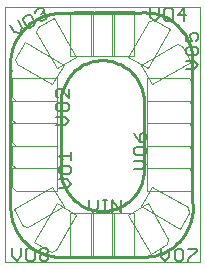
<source format=gto>
G75*
%MOIN*%
%OFA0B0*%
%FSLAX24Y24*%
%IPPOS*%
%LPD*%
%AMOC8*
5,1,8,0,0,1.08239X$1,22.5*
%
%ADD10C,0.0000*%
%ADD11C,0.0100*%
%ADD12C,0.0040*%
%ADD13C,0.0080*%
D10*
X002392Y002517D02*
X002392Y011017D01*
X008892Y011017D01*
X008892Y002517D01*
X002392Y002517D01*
D11*
X002579Y004517D02*
X002574Y004438D01*
X002572Y004359D01*
X002574Y004280D01*
X002580Y004201D01*
X002589Y004122D01*
X002602Y004044D01*
X002619Y003967D01*
X002640Y003891D01*
X002664Y003815D01*
X002691Y003741D01*
X002723Y003669D01*
X002757Y003598D01*
X002795Y003528D01*
X002836Y003461D01*
X002881Y003395D01*
X002928Y003332D01*
X002978Y003271D01*
X003031Y003212D01*
X003087Y003156D01*
X003146Y003103D01*
X003207Y003053D01*
X003270Y003006D01*
X003336Y002961D01*
X003403Y002920D01*
X003473Y002882D01*
X003544Y002848D01*
X003616Y002816D01*
X003690Y002789D01*
X003766Y002765D01*
X003842Y002744D01*
X003919Y002727D01*
X003997Y002714D01*
X004076Y002705D01*
X004155Y002699D01*
X004234Y002697D01*
X004313Y002699D01*
X004392Y002704D01*
X006892Y002704D01*
X006891Y002704D02*
X006971Y002700D01*
X007051Y002699D01*
X007131Y002703D01*
X007211Y002710D01*
X007290Y002722D01*
X007368Y002737D01*
X007446Y002756D01*
X007522Y002779D01*
X007598Y002806D01*
X007672Y002836D01*
X007744Y002870D01*
X007815Y002907D01*
X007883Y002947D01*
X007950Y002991D01*
X008015Y003039D01*
X008077Y003089D01*
X008136Y003142D01*
X008193Y003198D01*
X008247Y003257D01*
X008298Y003319D01*
X008347Y003382D01*
X008391Y003448D01*
X008433Y003517D01*
X008471Y003587D01*
X008506Y003659D01*
X008537Y003732D01*
X008565Y003807D01*
X008589Y003884D01*
X008609Y003961D01*
X008625Y004039D01*
X008638Y004118D01*
X008646Y004198D01*
X008651Y004277D01*
X008652Y004357D01*
X008649Y004437D01*
X008642Y004517D01*
X008642Y009142D01*
X008645Y009220D01*
X008644Y009299D01*
X008639Y009377D01*
X008630Y009455D01*
X008617Y009533D01*
X008601Y009609D01*
X008581Y009685D01*
X008557Y009760D01*
X008530Y009834D01*
X008499Y009906D01*
X008464Y009977D01*
X008426Y010045D01*
X008385Y010112D01*
X008341Y010177D01*
X008293Y010240D01*
X008243Y010300D01*
X008189Y010357D01*
X008133Y010412D01*
X008074Y010464D01*
X008013Y010513D01*
X007949Y010560D01*
X007884Y010602D01*
X007816Y010642D01*
X007746Y010678D01*
X007675Y010711D01*
X007602Y010741D01*
X007528Y010766D01*
X007453Y010789D01*
X007376Y010807D01*
X007299Y010822D01*
X007221Y010833D01*
X007143Y010840D01*
X007065Y010843D01*
X006986Y010842D01*
X006908Y010838D01*
X006830Y010829D01*
X006829Y010829D02*
X004392Y010829D01*
X004310Y010832D01*
X004228Y010831D01*
X004147Y010826D01*
X004065Y010818D01*
X003984Y010805D01*
X003904Y010789D01*
X003825Y010769D01*
X003747Y010745D01*
X003670Y010717D01*
X003594Y010686D01*
X003520Y010652D01*
X003447Y010613D01*
X003377Y010572D01*
X003309Y010527D01*
X003242Y010479D01*
X003179Y010427D01*
X003117Y010373D01*
X003059Y010316D01*
X003003Y010256D01*
X002950Y010194D01*
X002900Y010129D01*
X002853Y010062D01*
X002809Y009993D01*
X002769Y009922D01*
X002732Y009849D01*
X002699Y009774D01*
X002669Y009698D01*
X002643Y009620D01*
X002621Y009541D01*
X002602Y009462D01*
X002587Y009381D01*
X002576Y009300D01*
X002569Y009218D01*
X002566Y009137D01*
X002567Y009055D01*
X002572Y008973D01*
X002580Y008892D01*
X002579Y008892D02*
X002579Y004517D01*
X004267Y005454D02*
X004267Y008017D01*
X004278Y008089D01*
X004291Y008162D01*
X004309Y008233D01*
X004331Y008303D01*
X004356Y008372D01*
X004384Y008440D01*
X004417Y008505D01*
X004453Y008570D01*
X004492Y008632D01*
X004534Y008692D01*
X004580Y008749D01*
X004628Y008804D01*
X004679Y008857D01*
X004733Y008907D01*
X004790Y008953D01*
X004849Y008997D01*
X004910Y009038D01*
X004974Y009075D01*
X005039Y009109D01*
X005106Y009139D01*
X005174Y009165D01*
X005244Y009188D01*
X005315Y009208D01*
X005386Y009223D01*
X005459Y009235D01*
X005532Y009243D01*
X005605Y009247D01*
X005679Y009247D01*
X005752Y009243D01*
X005825Y009235D01*
X005898Y009223D01*
X005969Y009208D01*
X006040Y009188D01*
X006110Y009165D01*
X006178Y009139D01*
X006245Y009109D01*
X006310Y009075D01*
X006374Y009038D01*
X006435Y008997D01*
X006494Y008953D01*
X006551Y008907D01*
X006605Y008857D01*
X006656Y008804D01*
X006704Y008749D01*
X006750Y008692D01*
X006792Y008632D01*
X006831Y008570D01*
X006867Y008505D01*
X006900Y008440D01*
X006928Y008372D01*
X006953Y008303D01*
X006975Y008233D01*
X006993Y008162D01*
X007006Y008089D01*
X007017Y008017D01*
X007017Y005454D01*
X007006Y005382D01*
X006993Y005309D01*
X006975Y005238D01*
X006953Y005168D01*
X006928Y005099D01*
X006900Y005031D01*
X006867Y004966D01*
X006831Y004901D01*
X006792Y004839D01*
X006750Y004779D01*
X006704Y004722D01*
X006656Y004667D01*
X006605Y004614D01*
X006551Y004564D01*
X006494Y004518D01*
X006435Y004474D01*
X006374Y004433D01*
X006310Y004396D01*
X006245Y004362D01*
X006178Y004332D01*
X006110Y004306D01*
X006040Y004283D01*
X005969Y004263D01*
X005898Y004248D01*
X005825Y004236D01*
X005752Y004228D01*
X005679Y004224D01*
X005605Y004224D01*
X005532Y004228D01*
X005459Y004236D01*
X005386Y004248D01*
X005315Y004263D01*
X005244Y004283D01*
X005174Y004306D01*
X005106Y004332D01*
X005039Y004362D01*
X004974Y004396D01*
X004910Y004433D01*
X004849Y004474D01*
X004790Y004518D01*
X004733Y004564D01*
X004679Y004614D01*
X004628Y004667D01*
X004580Y004722D01*
X004534Y004779D01*
X004492Y004839D01*
X004453Y004901D01*
X004417Y004966D01*
X004384Y005031D01*
X004356Y005099D01*
X004331Y005168D01*
X004309Y005238D01*
X004291Y005309D01*
X004278Y005382D01*
X004267Y005454D01*
D12*
X004142Y005642D02*
X002767Y005642D01*
X002642Y005767D01*
X002642Y006392D01*
X004142Y006392D01*
X004142Y005642D01*
X004142Y004892D01*
X002767Y004892D01*
X002642Y005017D01*
X002642Y005642D01*
X004142Y005642D01*
X003979Y005029D02*
X004354Y004379D01*
X003163Y003692D01*
X002992Y003738D01*
X002680Y004279D01*
X003979Y005029D01*
X004129Y004479D02*
X004779Y004104D01*
X004091Y002913D01*
X003921Y002867D01*
X003379Y003180D01*
X004129Y004479D01*
X004579Y004142D02*
X005329Y004142D01*
X005329Y002767D01*
X005204Y002642D01*
X004579Y002642D01*
X004579Y004142D01*
X005267Y004142D02*
X006017Y004142D01*
X006017Y002767D01*
X005892Y002642D01*
X005267Y002642D01*
X005267Y004142D01*
X005954Y004142D02*
X006704Y004142D01*
X006704Y002767D01*
X006579Y002642D01*
X005954Y002642D01*
X005954Y004142D01*
X006504Y004104D02*
X007154Y004479D01*
X007841Y003288D01*
X007796Y003117D01*
X007254Y002805D01*
X006504Y004104D01*
X006930Y004379D02*
X007305Y005029D01*
X008495Y004341D01*
X008541Y004171D01*
X008229Y003629D01*
X006930Y004379D01*
X007142Y004892D02*
X007142Y005642D01*
X008517Y005642D01*
X008642Y005517D01*
X008642Y004892D01*
X007142Y004892D01*
X007142Y005642D02*
X007142Y006392D01*
X007142Y007142D01*
X007142Y007892D01*
X008517Y007892D01*
X008642Y007767D01*
X008642Y007142D01*
X007142Y007142D01*
X008517Y007142D01*
X008642Y007017D01*
X008642Y006392D01*
X007142Y006392D01*
X008517Y006392D01*
X008642Y006267D01*
X008642Y005642D01*
X007142Y005642D01*
X007142Y007892D02*
X007142Y008642D01*
X008517Y008642D01*
X008642Y008517D01*
X008642Y007892D01*
X007142Y007892D01*
X007305Y008442D02*
X006930Y009091D01*
X008120Y009779D01*
X008291Y009733D01*
X008604Y009192D01*
X007305Y008442D01*
X007154Y008992D02*
X006504Y009367D01*
X007192Y010558D01*
X007363Y010604D01*
X007904Y010291D01*
X007154Y008992D01*
X006704Y009392D02*
X005954Y009392D01*
X005954Y010767D01*
X006079Y010892D01*
X006704Y010892D01*
X006704Y009392D01*
X006017Y009392D02*
X005267Y009392D01*
X005267Y010767D01*
X005392Y010892D01*
X006017Y010892D01*
X006017Y009392D01*
X005329Y009392D02*
X004579Y009392D01*
X004579Y010767D01*
X004704Y010892D01*
X005329Y010892D01*
X005329Y009392D01*
X004779Y009367D02*
X004129Y008992D01*
X003442Y010183D01*
X003488Y010354D01*
X004029Y010666D01*
X004779Y009367D01*
X004354Y009091D02*
X003979Y008442D01*
X002788Y009129D01*
X002742Y009300D01*
X003055Y009841D01*
X004354Y009091D01*
X004142Y008642D02*
X004142Y007892D01*
X002767Y007892D01*
X002642Y008017D01*
X002642Y008642D01*
X004142Y008642D01*
X004142Y007892D02*
X004142Y007142D01*
X004142Y006392D01*
X002767Y006392D01*
X002642Y006517D01*
X002642Y007142D01*
X004142Y007142D01*
X002767Y007142D01*
X002642Y007267D01*
X002642Y007892D01*
X004142Y007892D01*
D13*
X004176Y007822D02*
X004106Y007752D01*
X004106Y007612D01*
X004176Y007542D01*
X004457Y007542D01*
X004527Y007612D01*
X004527Y007752D01*
X004457Y007822D01*
X004176Y007822D01*
X004176Y008002D02*
X004106Y008073D01*
X004106Y008213D01*
X004176Y008283D01*
X004246Y008283D01*
X004527Y008002D01*
X004527Y008283D01*
X004387Y007362D02*
X004106Y007362D01*
X004106Y007082D02*
X004387Y007082D01*
X004527Y007222D01*
X004387Y007362D01*
X004602Y006195D02*
X004602Y005915D01*
X004602Y006055D02*
X004181Y006055D01*
X004321Y005915D01*
X004251Y005735D02*
X004181Y005665D01*
X004181Y005525D01*
X004251Y005455D01*
X004532Y005455D01*
X004602Y005525D01*
X004602Y005665D01*
X004532Y005735D01*
X004251Y005735D01*
X004181Y005274D02*
X004462Y005274D01*
X004602Y005134D01*
X004462Y004994D01*
X004181Y004994D01*
X005204Y004602D02*
X005204Y004322D01*
X005344Y004182D01*
X005484Y004322D01*
X005484Y004602D01*
X005664Y004602D02*
X005804Y004602D01*
X005734Y004602D02*
X005734Y004182D01*
X005664Y004182D02*
X005804Y004182D01*
X005971Y004182D02*
X005971Y004602D01*
X006252Y004182D01*
X006252Y004602D01*
X006681Y005619D02*
X006962Y005619D01*
X007102Y005759D01*
X006962Y005899D01*
X006681Y005899D01*
X006751Y006080D02*
X007032Y006080D01*
X007102Y006150D01*
X007102Y006290D01*
X007032Y006360D01*
X006751Y006360D01*
X006681Y006290D01*
X006681Y006150D01*
X006751Y006080D01*
X006891Y006540D02*
X006891Y006750D01*
X006962Y006820D01*
X007032Y006820D01*
X007102Y006750D01*
X007102Y006610D01*
X007032Y006540D01*
X006891Y006540D01*
X006751Y006680D01*
X006681Y006820D01*
X008419Y008957D02*
X008699Y008957D01*
X008839Y009097D01*
X008699Y009237D01*
X008419Y009237D01*
X008489Y009417D02*
X008769Y009417D01*
X008839Y009487D01*
X008839Y009627D01*
X008769Y009697D01*
X008489Y009697D01*
X008419Y009627D01*
X008419Y009487D01*
X008489Y009417D01*
X008419Y009877D02*
X008629Y009877D01*
X008559Y010018D01*
X008559Y010088D01*
X008629Y010158D01*
X008769Y010158D01*
X008839Y010088D01*
X008839Y009948D01*
X008769Y009877D01*
X008419Y009877D02*
X008419Y010158D01*
X008375Y010557D02*
X008375Y010977D01*
X008165Y010767D01*
X008445Y010767D01*
X007985Y010627D02*
X007985Y010907D01*
X007915Y010977D01*
X007775Y010977D01*
X007705Y010907D01*
X007705Y010627D01*
X007775Y010557D01*
X007915Y010557D01*
X007985Y010627D01*
X007524Y010697D02*
X007524Y010977D01*
X007244Y010977D02*
X007244Y010697D01*
X007384Y010557D01*
X007524Y010697D01*
X003786Y010732D02*
X003761Y010637D01*
X003639Y010567D01*
X003544Y010592D01*
X003388Y010502D02*
X003248Y010745D01*
X003152Y010771D01*
X003031Y010701D01*
X003005Y010605D01*
X003145Y010362D01*
X003241Y010337D01*
X003362Y010407D01*
X003388Y010502D01*
X003595Y010784D02*
X003656Y010819D01*
X003751Y010793D01*
X003786Y010732D01*
X003656Y010819D02*
X003681Y010915D01*
X003646Y010975D01*
X003551Y011001D01*
X003429Y010931D01*
X003404Y010835D01*
X002814Y010575D02*
X002954Y010333D01*
X002903Y010141D01*
X002711Y010193D01*
X002571Y010435D01*
X002644Y002990D02*
X002644Y002709D01*
X002784Y002569D01*
X002924Y002709D01*
X002924Y002990D01*
X003105Y002919D02*
X003105Y002639D01*
X003175Y002569D01*
X003315Y002569D01*
X003385Y002639D01*
X003385Y002919D01*
X003315Y002990D01*
X003175Y002990D01*
X003105Y002919D01*
X003565Y002919D02*
X003565Y002849D01*
X003635Y002779D01*
X003775Y002779D01*
X003845Y002709D01*
X003845Y002639D01*
X003775Y002569D01*
X003635Y002569D01*
X003565Y002639D01*
X003565Y002709D01*
X003635Y002779D01*
X003775Y002779D02*
X003845Y002849D01*
X003845Y002919D01*
X003775Y002990D01*
X003635Y002990D01*
X003565Y002919D01*
X007588Y002965D02*
X007588Y002684D01*
X007728Y002544D01*
X007868Y002684D01*
X007868Y002965D01*
X008048Y002894D02*
X008048Y002614D01*
X008118Y002544D01*
X008259Y002544D01*
X008329Y002614D01*
X008329Y002894D01*
X008259Y002965D01*
X008118Y002965D01*
X008048Y002894D01*
X008509Y002965D02*
X008789Y002965D01*
X008789Y002894D01*
X008509Y002614D01*
X008509Y002544D01*
M02*

</source>
